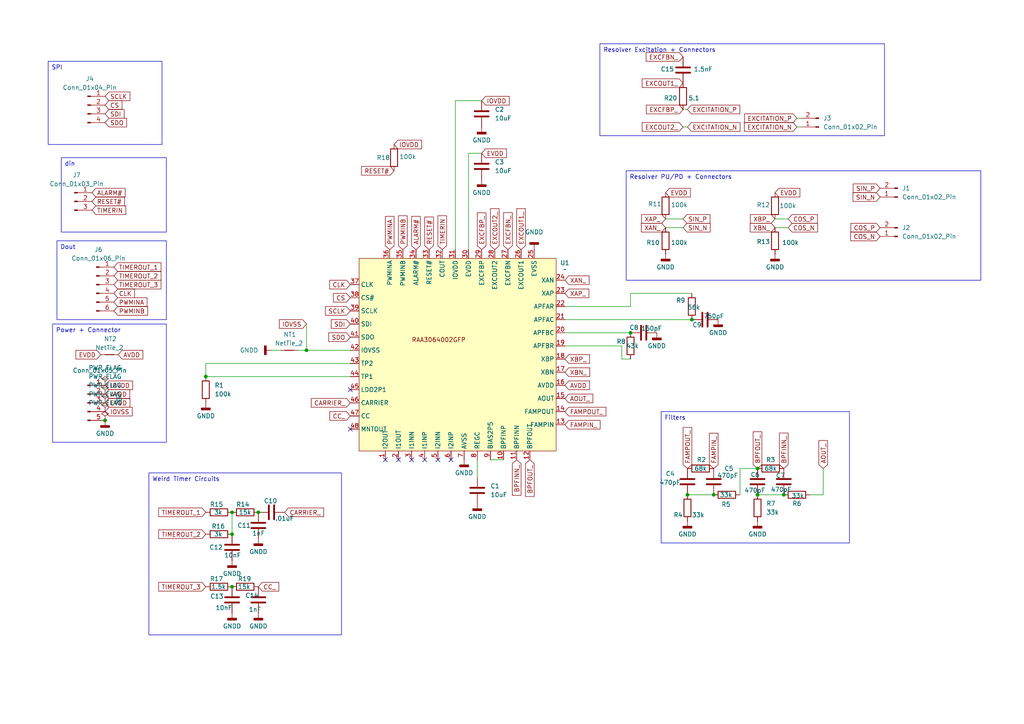
<source format=kicad_sch>
(kicad_sch (version 20231120) (generator "eeschema") (generator_version "8.0")
  (paper "A4")
  (lib_symbols
    (symbol "21xt_symbols:RAA3064002GFP"
      (property "Reference" "IC" (at -11.43 -15.494 0))
      (symbol "RAA3064002GFP_0_1"
        (rectangle (start -29.21 3.81) (end 27.94 -52.07) (fill (type background)))
      )
      (symbol "RAA3064002GFP_1_1"
        (text "RAA3064002GFP" (at -6.096 -19.812 0) (effects (font (size 1.27 1.27))))
        (pin output line (at -21.59 -54.61 90) (length 2.54) (name "I2OUT") (number "1"))
        (pin input line (at 12.7 -54.61 90) (length 2.54) (name "BPFINP") (number "10"))
        (pin input line (at 16.51 -54.61 90) (length 2.54) (name "BPFINN") (number "11"))
        (pin output line (at 20.32 -54.61 90) (length 2.54) (name "BPFOUT") (number "12"))
        (pin input line (at 30.48 -44.45 180) (length 2.54) (name "FAMPIN") (number "13"))
        (pin output line (at 30.48 -40.64 180) (length 2.54) (name "FAMPOUT") (number "14"))
        (pin output line (at 30.48 -36.83 180) (length 2.54) (name "AOUT") (number "15"))
        (pin power_in line (at 30.48 -33.02 180) (length 2.54) (name "AVDD") (number "16"))
        (pin input line (at 30.48 -29.21 180) (length 2.54) (name "XBN") (number "17"))
        (pin input line (at 30.48 -25.4 180) (length 2.54) (name "XBP") (number "18"))
        (pin output line (at 30.48 -21.59 180) (length 2.54) (name "APFBR") (number "19"))
        (pin output line (at -17.78 -54.61 90) (length 2.54) (name "I1OUT") (number "2"))
        (pin input line (at 30.48 -17.78 180) (length 2.54) (name "APFBC") (number "20"))
        (pin input line (at 30.48 -13.97 180) (length 2.54) (name "APFAC") (number "21"))
        (pin output line (at 30.48 -10.16 180) (length 2.54) (name "APFAR") (number "22"))
        (pin input line (at 30.48 -6.35 180) (length 2.54) (name "XAP") (number "23"))
        (pin input line (at 30.48 -2.54 180) (length 2.54) (name "XAN") (number "24"))
        (pin power_in line (at 21.59 6.35 270) (length 2.54) (name "EVSS") (number "25"))
        (pin output line (at 17.78 6.35 270) (length 2.54) (name "EXCOUT1") (number "26"))
        (pin input line (at 13.97 6.35 270) (length 2.54) (name "EXCFBN") (number "27"))
        (pin output line (at 10.16 6.35 270) (length 2.54) (name "EXCOUT2") (number "28"))
        (pin input line (at 6.35 6.35 270) (length 2.54) (name "EXCFBP") (number "29"))
        (pin input line (at -13.97 -54.61 90) (length 2.54) (name "I1INN") (number "3"))
        (pin power_in line (at 2.54 6.35 270) (length 2.54) (name "EVDD") (number "30"))
        (pin power_in line (at -1.27 6.35 270) (length 2.54) (name "IOVDD") (number "31"))
        (pin output line (at -5.08 6.35 270) (length 2.54) (name "COUT") (number "32"))
        (pin input line (at -8.89 6.35 270) (length 2.54) (name "RESET#") (number "33"))
        (pin output line (at -12.7 6.35 270) (length 2.54) (name "ALARM#") (number "34"))
        (pin input line (at -16.51 6.35 270) (length 2.54) (name "PWMINB") (number "35"))
        (pin input line (at -20.32 6.35 270) (length 2.54) (name "PWMINA") (number "36"))
        (pin input line (at -31.75 -3.81 0) (length 2.54) (name "CLK") (number "37"))
        (pin input line (at -31.75 -7.62 0) (length 2.54) (name "CS#") (number "38"))
        (pin input line (at -31.75 -11.43 0) (length 2.54) (name "SCLK") (number "39"))
        (pin input line (at -10.16 -54.61 90) (length 2.54) (name "I1INP") (number "4"))
        (pin input line (at -31.75 -15.24 0) (length 2.54) (name "SDI") (number "40"))
        (pin input line (at -31.75 -19.05 0) (length 2.54) (name "SDO") (number "41"))
        (pin power_in line (at -31.75 -22.86 0) (length 2.54) (name "IOVSS") (number "42"))
        (pin input line (at -31.75 -26.67 0) (length 2.54) (name "TP2") (number "43"))
        (pin input line (at -31.75 -30.48 0) (length 2.54) (name "TP1") (number "44"))
        (pin output line (at -31.75 -34.29 0) (length 2.54) (name "LDO2P1") (number "45"))
        (pin input line (at -31.75 -38.1 0) (length 2.54) (name "CARRIER") (number "46"))
        (pin input line (at -31.75 -41.91 0) (length 2.54) (name "CC") (number "47"))
        (pin output line (at -31.75 -45.72 0) (length 2.54) (name "MNTOUT") (number "48"))
        (pin input line (at -6.35 -54.61 90) (length 2.54) (name "I2INN") (number "5"))
        (pin input line (at -2.54 -54.61 90) (length 2.54) (name "I2INP") (number "6"))
        (pin power_in line (at 1.27 -54.61 90) (length 2.54) (name "AVSS") (number "7"))
        (pin output line (at 5.08 -54.61 90) (length 2.54) (name "REGC") (number "8"))
        (pin output line (at 8.89 -54.61 90) (length 2.54) (name "BIAS2P5") (number "9"))
      )
    )
    (symbol "Connector:Conn_01x02_Pin" (pin_names (offset 1.016) hide)
      (property "Reference" "J" (at 0 2.54 0))
      (property "Value" "Conn_01x02_Pin" (at 0 -5.08 0))
      (symbol "Conn_01x02_Pin_1_1"
        (polyline (pts (xy 1.27 -2.54) (xy 0.8636 -2.54)) (stroke (width 0.1524)))
        (polyline (pts (xy 1.27 0) (xy 0.8636 0)) (stroke (width 0.1524)))
        (rectangle (start 0.8636 -2.413) (end 0 -2.667) (stroke (width 0.1524)) (fill (type outline)))
        (rectangle (start 0.8636 0.127) (end 0 -0.127) (stroke (width 0.1524)) (fill (type outline)))
        (pin passive line (at 5.08 0 180) (length 3.81) (name "Pin_1") (number "1"))
        (pin passive line (at 5.08 -2.54 180) (length 3.81) (name "Pin_2") (number "2"))
      )
    )
    (symbol "Connector:Conn_01x03_Pin" (pin_names (offset 1.016) hide)
      (property "Reference" "J" (at 0 5.08 0))
      (property "Value" "Conn_01x03_Pin" (at 0 -5.08 0))
      (symbol "Conn_01x03_Pin_1_1"
        (polyline (pts (xy 1.27 -2.54) (xy 0.8636 -2.54)) (stroke (width 0.1524)))
        (polyline (pts (xy 1.27 0) (xy 0.8636 0)) (stroke (width 0.1524)))
        (polyline (pts (xy 1.27 2.54) (xy 0.8636 2.54)) (stroke (width 0.1524)))
        (rectangle (start 0.8636 -2.413) (end 0 -2.667) (stroke (width 0.1524)) (fill (type outline)))
        (rectangle (start 0.8636 0.127) (end 0 -0.127) (stroke (width 0.1524)) (fill (type outline)))
        (rectangle (start 0.8636 2.667) (end 0 2.413) (stroke (width 0.1524)) (fill (type outline)))
        (pin passive line (at 5.08 2.54 180) (length 3.81) (name "Pin_1") (number "1"))
        (pin passive line (at 5.08 0 180) (length 3.81) (name "Pin_2") (number "2"))
        (pin passive line (at 5.08 -2.54 180) (length 3.81) (name "Pin_3") (number "3"))
      )
    )
    (symbol "Connector:Conn_01x04_Pin" (pin_names (offset 1.016) hide)
      (property "Reference" "J" (at 0 5.08 0))
      (property "Value" "Conn_01x04_Pin" (at 0 -7.62 0))
      (symbol "Conn_01x04_Pin_1_1"
        (polyline (pts (xy 1.27 -5.08) (xy 0.8636 -5.08)) (stroke (width 0.1524)))
        (polyline (pts (xy 1.27 -2.54) (xy 0.8636 -2.54)) (stroke (width 0.1524)))
        (polyline (pts (xy 1.27 0) (xy 0.8636 0)) (stroke (width 0.1524)))
        (polyline (pts (xy 1.27 2.54) (xy 0.8636 2.54)) (stroke (width 0.1524)))
        (rectangle (start 0.8636 -4.953) (end 0 -5.207) (stroke (width 0.1524)) (fill (type outline)))
        (rectangle (start 0.8636 -2.413) (end 0 -2.667) (stroke (width 0.1524)) (fill (type outline)))
        (rectangle (start 0.8636 0.127) (end 0 -0.127) (stroke (width 0.1524)) (fill (type outline)))
        (rectangle (start 0.8636 2.667) (end 0 2.413) (stroke (width 0.1524)) (fill (type outline)))
        (pin passive line (at 5.08 2.54 180) (length 3.81) (name "Pin_1") (number "1"))
        (pin passive line (at 5.08 0 180) (length 3.81) (name "Pin_2") (number "2"))
        (pin passive line (at 5.08 -2.54 180) (length 3.81) (name "Pin_3") (number "3"))
        (pin passive line (at 5.08 -5.08 180) (length 3.81) (name "Pin_4") (number "4"))
      )
    )
    (symbol "Connector:Conn_01x05_Pin" (pin_names (offset 1.016) hide)
      (property "Reference" "J" (at 0 7.62 0))
      (property "Value" "Conn_01x05_Pin" (at 0 -7.62 0))
      (symbol "Conn_01x05_Pin_1_1"
        (polyline (pts (xy 1.27 -5.08) (xy 0.8636 -5.08)) (stroke (width 0.1524)))
        (polyline (pts (xy 1.27 -2.54) (xy 0.8636 -2.54)) (stroke (width 0.1524)))
        (polyline (pts (xy 1.27 0) (xy 0.8636 0)) (stroke (width 0.1524)))
        (polyline (pts (xy 1.27 2.54) (xy 0.8636 2.54)) (stroke (width 0.1524)))
        (polyline (pts (xy 1.27 5.08) (xy 0.8636 5.08)) (stroke (width 0.1524)))
        (rectangle (start 0.8636 -4.953) (end 0 -5.207) (stroke (width 0.1524)) (fill (type outline)))
        (rectangle (start 0.8636 -2.413) (end 0 -2.667) (stroke (width 0.1524)) (fill (type outline)))
        (rectangle (start 0.8636 0.127) (end 0 -0.127) (stroke (width 0.1524)) (fill (type outline)))
        (rectangle (start 0.8636 2.667) (end 0 2.413) (stroke (width 0.1524)) (fill (type outline)))
        (rectangle (start 0.8636 5.207) (end 0 4.953) (stroke (width 0.1524)) (fill (type outline)))
        (pin passive line (at 5.08 5.08 180) (length 3.81) (name "Pin_1") (number "1"))
        (pin passive line (at 5.08 2.54 180) (length 3.81) (name "Pin_2") (number "2"))
        (pin passive line (at 5.08 0 180) (length 3.81) (name "Pin_3") (number "3"))
        (pin passive line (at 5.08 -2.54 180) (length 3.81) (name "Pin_4") (number "4"))
        (pin passive line (at 5.08 -5.08 180) (length 3.81) (name "Pin_5") (number "5"))
      )
    )
    (symbol "Connector:Conn_01x06_Pin" (pin_names (offset 1.016) hide)
      (property "Reference" "J" (at 0 7.62 0))
      (property "Value" "Conn_01x06_Pin" (at 0 -10.16 0))
      (symbol "Conn_01x06_Pin_1_1"
        (polyline (pts (xy 1.27 -7.62) (xy 0.8636 -7.62)) (stroke (width 0.1524)))
        (polyline (pts (xy 1.27 -5.08) (xy 0.8636 -5.08)) (stroke (width 0.1524)))
        (polyline (pts (xy 1.27 -2.54) (xy 0.8636 -2.54)) (stroke (width 0.1524)))
        (polyline (pts (xy 1.27 0) (xy 0.8636 0)) (stroke (width 0.1524)))
        (polyline (pts (xy 1.27 2.54) (xy 0.8636 2.54)) (stroke (width 0.1524)))
        (polyline (pts (xy 1.27 5.08) (xy 0.8636 5.08)) (stroke (width 0.1524)))
        (rectangle (start 0.8636 -7.493) (end 0 -7.747) (stroke (width 0.1524)) (fill (type outline)))
        (rectangle (start 0.8636 -4.953) (end 0 -5.207) (stroke (width 0.1524)) (fill (type outline)))
        (rectangle (start 0.8636 -2.413) (end 0 -2.667) (stroke (width 0.1524)) (fill (type outline)))
        (rectangle (start 0.8636 0.127) (end 0 -0.127) (stroke (width 0.1524)) (fill (type outline)))
        (rectangle (start 0.8636 2.667) (end 0 2.413) (stroke (width 0.1524)) (fill (type outline)))
        (rectangle (start 0.8636 5.207) (end 0 4.953) (stroke (width 0.1524)) (fill (type outline)))
        (pin passive line (at 5.08 5.08 180) (length 3.81) (name "Pin_1") (number "1"))
        (pin passive line (at 5.08 2.54 180) (length 3.81) (name "Pin_2") (number "2"))
        (pin passive line (at 5.08 0 180) (length 3.81) (name "Pin_3") (number "3"))
        (pin passive line (at 5.08 -2.54 180) (length 3.81) (name "Pin_4") (number "4"))
        (pin passive line (at 5.08 -5.08 180) (length 3.81) (name "Pin_5") (number "5"))
        (pin passive line (at 5.08 -7.62 180) (length 3.81) (name "Pin_6") (number "6"))
      )
    )
    (symbol "Device:C" (pin_numbers hide) (pin_names (offset 0.254))
      (property "Reference" "C" (at 0.635 2.54 0))
      (property "Value" "C" (at 0.635 -2.54 0))
      (symbol "C_0_1"
        (polyline (pts (xy -2.032 -0.762) (xy 2.032 -0.762)) (stroke (width 0.508)))
        (polyline (pts (xy -2.032 0.762) (xy 2.032 0.762)) (stroke (width 0.508)))
      )
      (symbol "C_1_1"
        (pin passive line (at 0 3.81 270) (length 2.794) (name "~") (number "1"))
        (pin passive line (at 0 -3.81 90) (length 2.794) (name "~") (number "2"))
      )
    )
    (symbol "Device:NetTie_2" (pin_numbers hide) (pin_names (offset 0) hide) (in_bom no)
      (property "Reference" "NT" (at 0 1.27 0))
      (property "Value" "NetTie_2" (at 0 -1.27 0))
      (symbol "NetTie_2_0_1"
        (polyline (pts (xy -1.27 0) (xy 1.27 0)) (stroke (width 0.254)))
      )
      (symbol "NetTie_2_1_1"
        (pin passive line (at -2.54 0 0) (length 2.54) (name "1") (number "1"))
        (pin passive line (at 2.54 0 180) (length 2.54) (name "2") (number "2"))
      )
    )
    (symbol "Device:R" (pin_numbers hide) (pin_names (offset 0))
      (property "Reference" "R" (at 2.032 0 90))
      (property "Value" "R" (at 0 0 90))
      (symbol "R_0_1"
        (rectangle (start -1.016 -2.54) (end 1.016 2.54) (stroke (width 0.254)))
      )
      (symbol "R_1_1"
        (pin passive line (at 0 3.81 270) (length 1.27) (name "~") (number "1"))
        (pin passive line (at 0 -3.81 90) (length 1.27) (name "~") (number "2"))
      )
    )
    (symbol "power:GNDD" (power) (pin_numbers hide) (pin_names (offset 0) hide)
      (property "Value" "GNDD" (at 0 -3.175 0))
      (symbol "GNDD_0_1"
        (rectangle (start -1.27 -1.524) (end 1.27 -2.032) (stroke (width 0.254)) (fill (type outline)))
        (polyline (pts (xy 0 0) (xy 0 -1.524)))
      )
      (symbol "GNDD_1_1"
        (pin power_in line (at 0 0 270) (length 0) (name "~") (number "1"))
      )
    )
    (symbol "power:PWR_FLAG" (power) (pin_numbers hide) (pin_names (offset 0) hide)
      (property "Value" "PWR_FLAG" (at 0 3.81 0))
      (symbol "PWR_FLAG_0_0"
        (pin power_out line (at 0 0 90) (length 0) (name "~") (number "1"))
      )
      (symbol "PWR_FLAG_0_1"
        (polyline (pts (xy 0 0) (xy 0 1.27) (xy -1.016 1.905) (xy 0 2.54) (xy 1.016 1.905) (xy 0 1.27)))
      )
    )
  )
  (junction (at 219.71 143.51))
  (junction (at 67.31 148.59))
  (junction (at 67.31 154.94))
  (junction (at 88.9 101.6))
  (junction (at 74.93 148.59))
  (junction (at 30.48 121.92))
  (junction (at 199.39 143.51))
  (junction (at 219.71 135.89))
  (junction (at 182.88 96.52))
  (junction (at 200.66 92.71))
  (junction (at 227.33 143.51))
  (junction (at 67.31 170.18))
  (junction (at 59.69 109.22))
  (junction (at 207.01 143.51))
  (no_connect (at 111.76 133.35))
  (no_connect (at 123.19 133.35))
  (no_connect (at 101.6 113.03))
  (no_connect (at 130.81 133.35))
  (no_connect (at 127 133.35))
  (no_connect (at 115.57 133.35))
  (no_connect (at 101.6 124.46))
  (no_connect (at 119.38 133.35))
  (wire (pts (xy 101.6 105.41) (xy 59.69 105.41)))
  (wire (pts (xy 228.6 63.5) (xy 224.79 63.5)))
  (wire (pts (xy 163.83 92.71) (xy 200.66 92.71)))
  (wire (pts (xy 199.39 36.83) (xy 198.12 36.83)))
  (wire (pts (xy 86.36 101.6) (xy 88.9 101.6)))
  (wire (pts (xy 139.7 44.45) (xy 135.89 44.45)))
  (wire (pts (xy 231.14 34.29) (xy 232.41 34.29)))
  (wire (pts (xy 78.74 101.6) (xy 81.28 101.6)))
  (wire (pts (xy 238.76 143.51) (xy 238.76 135.89)))
  (wire (pts (xy 88.9 93.98) (xy 88.9 101.6)))
  (wire (pts (xy 199.39 31.75) (xy 198.12 31.75)))
  (wire (pts (xy 180.34 104.14) (xy 182.88 104.14)))
  (wire (pts (xy 219.71 143.51) (xy 227.33 143.51)))
  (wire (pts (xy 132.08 29.21) (xy 132.08 72.39)))
  (wire (pts (xy 198.12 63.5) (xy 193.04 63.5)))
  (wire (pts (xy 198.12 66.04) (xy 193.04 66.04)))
  (wire (pts (xy 59.69 105.41) (xy 59.69 109.22)))
  (wire (pts (xy 142.24 133.35) (xy 146.05 133.35)))
  (wire (pts (xy 88.9 101.6) (xy 101.6 101.6)))
  (wire (pts (xy 182.88 88.9) (xy 182.88 85.09)))
  (wire (pts (xy 228.6 66.04) (xy 224.79 66.04)))
  (wire (pts (xy 180.34 100.33) (xy 180.34 104.14)))
  (wire (pts (xy 67.31 148.59) (xy 67.31 154.94)))
  (wire (pts (xy 214.63 143.51) (xy 214.63 135.89)))
  (wire (pts (xy 234.95 143.51) (xy 238.76 143.51)))
  (wire (pts (xy 139.7 29.21) (xy 132.08 29.21)))
  (wire (pts (xy 163.83 96.52) (xy 182.88 96.52)))
  (wire (pts (xy 163.83 100.33) (xy 180.34 100.33)))
  (wire (pts (xy 231.14 36.83) (xy 232.41 36.83)))
  (wire (pts (xy 59.69 109.22) (xy 101.6 109.22)))
  (wire (pts (xy 163.83 88.9) (xy 182.88 88.9)))
  (wire (pts (xy 182.88 85.09) (xy 200.66 85.09)))
  (wire (pts (xy 214.63 135.89) (xy 219.71 135.89)))
  (wire (pts (xy 199.39 143.51) (xy 207.01 143.51)))
  (wire (pts (xy 138.43 133.35) (xy 138.43 138.43)))
  (wire (pts (xy 135.89 44.45) (xy 135.89 72.39)))
  (text_box "Weird Timer Circuits" (at 43.18 137.16 0) (size 55.88 46.99) (effects (font (size 1.27 1.27)) (justify left top)))
  (text_box "Filters" (at 191.77 119.38 0) (size 54.61 38.1) (effects (font (size 1.27 1.27)) (justify left top)))
  (text_box "Resolver Excitation + Connectors\n" (at 173.99 12.7 0) (size 82.55 26.67) (effects (font (size 1.27 1.27)) (justify left top)))
  (text_box "Power + Connector" (at 15.24 93.98 0) (size 33.02 34.29) (effects (font (size 1.27 1.27)) (justify left top)))
  (text_box "SPI\n" (at 13.97 17.78 0) (size 33.02 24.13) (effects (font (size 1.27 1.27)) (justify left top)))
  (text_box "Dout" (at 16.51 69.85 0) (size 31.75 22.86) (effects (font (size 1.27 1.27)) (justify left top)))
  (text_box "Resolver PU/PD + Connectors" (at 181.61 49.53 0) (size 102.87 31.75) (effects (font (size 1.27 1.27)) (justify left top)))
  (text_box "din" (at 17.78 45.72 0) (size 30.48 21.59) (effects (font (size 1.27 1.27)) (justify left top)))
  (global_label "XAN_" (shape input) (at 163.83 81.28 0) (property "Intersheetrefs" "${INTERSHEET_REFS}" (effects (hide yes))))
  (global_label "CLK" (shape input) (at 33.02 85.09 0) (property "Intersheetrefs" "${INTERSHEET_REFS}" (effects (hide yes))))
  (global_label "SCLK" (shape input) (at 30.48 27.94 0) (property "Intersheetrefs" "${INTERSHEET_REFS}" (effects (hide yes))))
  (global_label "IOVSS" (shape input) (at 88.9 93.98 180) (property "Intersheetrefs" "${INTERSHEET_REFS}" (effects (hide yes))))
  (global_label "SCLK" (shape input) (at 101.6 90.17 180) (property "Intersheetrefs" "${INTERSHEET_REFS}" (effects (hide yes))))
  (global_label "EXCITATION_N" (shape input) (at 199.39 36.83 0) (property "Intersheetrefs" "${INTERSHEET_REFS}" (effects (hide yes))))
  (global_label "EXCITATION_P" (shape input) (at 231.14 34.29 180) (property "Intersheetrefs" "${INTERSHEET_REFS}" (effects (hide yes))))
  (global_label "XBP_" (shape input) (at 224.79 63.5 180) (property "Intersheetrefs" "${INTERSHEET_REFS}" (effects (hide yes))))
  (global_label "CLK" (shape input) (at 101.6 82.55 180) (property "Intersheetrefs" "${INTERSHEET_REFS}" (effects (hide yes))))
  (global_label "FAMPOUT_" (shape input) (at 163.83 119.38 0) (property "Intersheetrefs" "${INTERSHEET_REFS}" (effects (hide yes))))
  (global_label "SDI" (shape input) (at 101.6 93.98 180) (property "Intersheetrefs" "${INTERSHEET_REFS}" (effects (hide yes))))
  (global_label "ALARM#" (shape input) (at 26.67 55.88 0) (property "Intersheetrefs" "${INTERSHEET_REFS}" (effects (hide yes))))
  (global_label "BPFOUT_" (shape input) (at 153.67 133.35 270) (property "Intersheetrefs" "${INTERSHEET_REFS}" (effects (hide yes))))
  (global_label "BPFOUT_" (shape input) (at 219.71 135.89 90) (property "Intersheetrefs" "${INTERSHEET_REFS}" (effects (hide yes))))
  (global_label "EXCFBN_" (shape input) (at 198.12 16.51 180) (property "Intersheetrefs" "${INTERSHEET_REFS}" (effects (hide yes))))
  (global_label "EXCFBN_" (shape input) (at 147.32 72.39 90) (property "Intersheetrefs" "${INTERSHEET_REFS}" (effects (hide yes))))
  (global_label "TIMEROUT_3" (shape input) (at 59.69 170.18 180) (property "Intersheetrefs" "${INTERSHEET_REFS}" (effects (hide yes))))
  (global_label "EVDD" (shape input) (at 139.7 44.45 0) (property "Intersheetrefs" "${INTERSHEET_REFS}" (effects (hide yes))))
  (global_label "TIMEROUT_3" (shape input) (at 33.02 82.55 0) (property "Intersheetrefs" "${INTERSHEET_REFS}" (effects (hide yes))))
  (global_label "EXCOUT1_" (shape input) (at 151.13 72.39 90) (property "Intersheetrefs" "${INTERSHEET_REFS}" (effects (hide yes))))
  (global_label "PWMINB" (shape input) (at 116.84 72.39 90) (property "Intersheetrefs" "${INTERSHEET_REFS}" (effects (hide yes))))
  (global_label "EXCFBP_" (shape input) (at 139.7 72.39 90) (property "Intersheetrefs" "${INTERSHEET_REFS}" (effects (hide yes))))
  (global_label "BPFINN_" (shape input) (at 227.33 135.89 90) (property "Intersheetrefs" "${INTERSHEET_REFS}" (effects (hide yes))))
  (global_label "RESET#" (shape input) (at 114.3 49.53 180) (property "Intersheetrefs" "${INTERSHEET_REFS}" (effects (hide yes))))
  (global_label "SIN_N" (shape input) (at 198.12 66.04 0) (property "Intersheetrefs" "${INTERSHEET_REFS}" (effects (hide yes))))
  (global_label "COS_P" (shape input) (at 228.6 63.5 0) (property "Intersheetrefs" "${INTERSHEET_REFS}" (effects (hide yes))))
  (global_label "TIMERIN" (shape input) (at 128.27 72.39 90) (property "Intersheetrefs" "${INTERSHEET_REFS}" (effects (hide yes))))
  (global_label "EXCFBP_" (shape input) (at 198.12 31.75 180) (property "Intersheetrefs" "${INTERSHEET_REFS}" (effects (hide yes))))
  (global_label "RESET#" (shape input) (at 26.67 58.42 0) (property "Intersheetrefs" "${INTERSHEET_REFS}" (effects (hide yes))))
  (global_label "EVDD" (shape input) (at 29.21 102.87 180) (property "Intersheetrefs" "${INTERSHEET_REFS}" (effects (hide yes))))
  (global_label "FAMPOUT_" (shape input) (at 199.39 135.89 90) (property "Intersheetrefs" "${INTERSHEET_REFS}" (effects (hide yes))))
  (global_label "IOVDD" (shape input) (at 30.48 111.76 0) (property "Intersheetrefs" "${INTERSHEET_REFS}" (effects (hide yes))))
  (global_label "IOVDD" (shape input) (at 139.7 29.21 0) (property "Intersheetrefs" "${INTERSHEET_REFS}" (effects (hide yes))))
  (global_label "SDI" (shape input) (at 30.48 33.02 0) (property "Intersheetrefs" "${INTERSHEET_REFS}" (effects (hide yes))))
  (global_label "PWMINA" (shape input) (at 113.03 72.39 90) (property "Intersheetrefs" "${INTERSHEET_REFS}" (effects (hide yes))))
  (global_label "AVDD" (shape input) (at 34.29 102.87 0) (property "Intersheetrefs" "${INTERSHEET_REFS}" (effects (hide yes))))
  (global_label "TIMEROUT_1" (shape input) (at 59.69 148.59 180) (property "Intersheetrefs" "${INTERSHEET_REFS}" (effects (hide yes))))
  (global_label "TIMEROUT_2" (shape input) (at 33.02 80.01 0) (property "Intersheetrefs" "${INTERSHEET_REFS}" (effects (hide yes))))
  (global_label "AOUT_" (shape input) (at 163.83 115.57 0) (property "Intersheetrefs" "${INTERSHEET_REFS}" (effects (hide yes))))
  (global_label "FAMPIN_" (shape input) (at 163.83 123.19 0) (property "Intersheetrefs" "${INTERSHEET_REFS}" (effects (hide yes))))
  (global_label "EVDD" (shape input) (at 30.48 116.84 0) (property "Intersheetrefs" "${INTERSHEET_REFS}" (effects (hide yes))))
  (global_label "EXCITATION_P" (shape input) (at 199.39 31.75 0) (property "Intersheetrefs" "${INTERSHEET_REFS}" (effects (hide yes))))
  (global_label "EXCITATION_N" (shape input) (at 231.14 36.83 180) (property "Intersheetrefs" "${INTERSHEET_REFS}" (effects (hide yes))))
  (global_label "COS_P" (shape input) (at 255.27 66.04 180) (property "Intersheetrefs" "${INTERSHEET_REFS}" (effects (hide yes))))
  (global_label "SIN_P" (shape input) (at 198.12 63.5 0) (property "Intersheetrefs" "${INTERSHEET_REFS}" (effects (hide yes))))
  (global_label "CS" (shape input) (at 101.6 86.36 180) (property "Intersheetrefs" "${INTERSHEET_REFS}" (effects (hide yes))))
  (global_label "XAP_" (shape input) (at 193.04 63.5 180) (property "Intersheetrefs" "${INTERSHEET_REFS}" (effects (hide yes))))
  (global_label "SIN_N" (shape input) (at 255.27 57.15 180) (property "Intersheetrefs" "${INTERSHEET_REFS}" (effects (hide yes))))
  (global_label "XBN_" (shape input) (at 163.83 107.95 0) (property "Intersheetrefs" "${INTERSHEET_REFS}" (effects (hide yes))))
  (global_label "XAN_" (shape input) (at 193.04 66.04 180) (property "Intersheetrefs" "${INTERSHEET_REFS}" (effects (hide yes))))
  (global_label "SDO" (shape input) (at 30.48 35.56 0) (property "Intersheetrefs" "${INTERSHEET_REFS}" (effects (hide yes))))
  (global_label "CARRIER_" (shape input) (at 101.6 116.84 180) (property "Intersheetrefs" "${INTERSHEET_REFS}" (effects (hide yes))))
  (global_label "XAP_" (shape input) (at 163.83 85.09 0) (property "Intersheetrefs" "${INTERSHEET_REFS}" (effects (hide yes))))
  (global_label "SDO" (shape input) (at 101.6 97.79 180) (property "Intersheetrefs" "${INTERSHEET_REFS}" (effects (hide yes))))
  (global_label "CARRIER_" (shape input) (at 82.55 148.59 0) (property "Intersheetrefs" "${INTERSHEET_REFS}" (effects (hide yes))))
  (global_label "TIMERIN" (shape input) (at 26.67 60.96 0) (property "Intersheetrefs" "${INTERSHEET_REFS}" (effects (hide yes))))
  (global_label "TIMEROUT_2" (shape input) (at 59.69 154.94 180) (property "Intersheetrefs" "${INTERSHEET_REFS}" (effects (hide yes))))
  (global_label "IOVSS" (shape input) (at 30.48 119.38 0) (property "Intersheetrefs" "${INTERSHEET_REFS}" (effects (hide yes))))
  (global_label "SIN_P" (shape input) (at 255.27 54.61 180) (property "Intersheetrefs" "${INTERSHEET_REFS}" (effects (hide yes))))
  (global_label "EXCOUT2_" (shape input) (at 143.51 72.39 90) (property "Intersheetrefs" "${INTERSHEET_REFS}" (effects (hide yes))))
  (global_label "EXCOUT2_" (shape input) (at 198.12 36.83 180) (property "Intersheetrefs" "${INTERSHEET_REFS}" (effects (hide yes))))
  (global_label "CS" (shape input) (at 30.48 30.48 0) (property "Intersheetrefs" "${INTERSHEET_REFS}" (effects (hide yes))))
  (global_label "PWMINB" (shape input) (at 33.02 90.17 0) (property "Intersheetrefs" "${INTERSHEET_REFS}" (effects (hide yes))))
  (global_label "AOUT_" (shape input) (at 238.76 135.89 90) (property "Intersheetrefs" "${INTERSHEET_REFS}" (effects (hide yes))))
  (global_label "AVDD" (shape input) (at 163.83 111.76 0) (property "Intersheetrefs" "${INTERSHEET_REFS}" (effects (hide yes))))
  (global_label "COS_N" (shape input) (at 228.6 66.04 0) (property "Intersheetrefs" "${INTERSHEET_REFS}" (effects (hide yes))))
  (global_label "XBN_" (shape input) (at 224.79 66.04 180) (property "Intersheetrefs" "${INTERSHEET_REFS}" (effects (hide yes))))
  (global_label "XBP_" (shape input) (at 163.83 104.14 0) (property "Intersheetrefs" "${INTERSHEET_REFS}" (effects (hide yes))))
  (global_label "AVDD" (shape input) (at 30.48 114.3 0) (property "Intersheetrefs" "${INTERSHEET_REFS}" (effects (hide yes))))
  (global_label "COS_N" (shape input) (at 255.27 68.58 180) (property "Intersheetrefs" "${INTERSHEET_REFS}" (effects (hide yes))))
  (global_label "IOVDD" (shape input) (at 114.3 41.91 0) (property "Intersheetrefs" "${INTERSHEET_REFS}" (effects (hide yes))))
  (global_label "EVDD" (shape input) (at 193.04 55.88 0) (property "Intersheetrefs" "${INTERSHEET_REFS}" (effects (hide yes))))
  (global_label "EXCOUT1_" (shape input) (at 198.12 24.13 180) (property "Intersheetrefs" "${INTERSHEET_REFS}" (effects (hide yes))))
  (global_label "ALARM#" (shape input) (at 120.65 72.39 90) (property "Intersheetrefs" "${INTERSHEET_REFS}" (effects (hide yes))))
  (global_label "FAMPIN_" (shape input) (at 207.01 135.89 90) (property "Intersheetrefs" "${INTERSHEET_REFS}" (effects (hide yes))))
  (global_label "RESET#" (shape input) (at 124.46 72.39 90) (property "Intersheetrefs" "${INTERSHEET_REFS}" (effects (hide yes))))
  (global_label "CC_" (shape input) (at 101.6 120.65 180) (property "Intersheetrefs" "${INTERSHEET_REFS}" (effects (hide yes))))
  (global_label "BPFINN_" (shape input) (at 149.86 133.35 270) (property "Intersheetrefs" "${INTERSHEET_REFS}" (effects (hide yes))))
  (global_label "CC_" (shape input) (at 74.93 170.18 0) (property "Intersheetrefs" "${INTERSHEET_REFS}" (effects (hide yes))))
  (global_label "TIMEROUT_1" (shape input) (at 33.02 77.47 0) (property "Intersheetrefs" "${INTERSHEET_REFS}" (effects (hide yes))))
  (global_label "EVDD" (shape input) (at 224.79 55.88 0) (property "Intersheetrefs" "${INTERSHEET_REFS}" (effects (hide yes))))
  (global_label "PWMINA" (shape input) (at 33.02 87.63 0) (property "Intersheetrefs" "${INTERSHEET_REFS}" (effects (hide yes))))
  (symbol (lib_id "Device:C") (at 74.93 152.4 180) (unit 1)
    (property "Reference" "C11" (at 68.834 152.4 0) (effects (justify right)))
    (property "Value" "1nF" (at 73.152 154.686 0) (effects (justify right)))
    (property "Footprint" "Capacitor_SMD:C_0201_0603Metric_Pad0.64x0.40mm_HandSolder" (effects (hide yes)))
    (property "Description" "Unpolarized capacitor" (effects (hide yes)))
  )
  (symbol (lib_id "Device:R") (at 210.82 143.51 90) (unit 1)
    (property "Reference" "R5" (at 210.566 146.304 90))
    (property "Value" "33k" (at 210.566 143.51 90))
    (property "Footprint" "Resistor_SMD:R_0201_0603Metric" (effects (hide yes)))
    (property "Description" "Resistor" (effects (hide yes)))
  )
  (symbol (lib_id "Connector:Conn_01x06_Pin") (at 27.94 82.55 0) (unit 1)
    (property "Reference" "J6" (at 28.575 72.39 0))
    (property "Value" "Conn_01x06_Pin" (at 28.575 74.93 0))
    (property "Footprint" "Connector_PinHeader_2.54mm:PinHeader_1x06_P2.54mm_Vertical" (effects (hide yes)))
    (property "Description" "Generic connector, single row, 01x06, script generated" (effects (hide yes)))
  )
  (symbol (lib_id "power:GNDD") (at 67.31 162.56 0) (unit 1)
    (property "Reference" "#PWR016" (effects (hide yes)))
    (property "Value" "GNDD" (at 67.31 166.37 0))
    (property "Description" "Power symbol creates a global label with name \"GNDD\" , digital ground" (effects (hide yes)))
  )
  (symbol (lib_id "Device:C") (at 219.71 139.7 0) (unit 1)
    (property "Reference" "C6" (at 217.678 137.668 0) (effects (justify left)))
    (property "Value" "470pF" (at 215.9 142.24 0) (effects (justify left)))
    (property "Footprint" "Capacitor_SMD:C_0201_0603Metric_Pad0.64x0.40mm_HandSolder" (effects (hide yes)))
    (property "Description" "Unpolarized capacitor" (effects (hide yes)))
  )
  (symbol (lib_id "Device:C") (at 186.69 96.52 90) (unit 1)
    (property "Reference" "C8" (at 183.896 94.996 90))
    (property "Value" "160pF" (at 188.976 95.25 90))
    (property "Footprint" "Capacitor_SMD:C_0201_0603Metric_Pad0.64x0.40mm_HandSolder" (effects (hide yes)))
    (property "Description" "Unpolarized capacitor" (effects (hide yes)))
  )
  (symbol (lib_id "Device:C") (at 67.31 173.99 180) (unit 1)
    (property "Reference" "C13" (at 60.96 172.974 0) (effects (justify right)))
    (property "Value" "10nF" (at 62.484 176.276 0) (effects (justify right)))
    (property "Footprint" "Capacitor_SMD:C_0201_0603Metric_Pad0.64x0.40mm_HandSolder" (effects (hide yes)))
    (property "Description" "Unpolarized capacitor" (effects (hide yes)))
  )
  (symbol (lib_id "Device:C") (at 139.7 33.02 0) (unit 1)
    (property "Reference" "C2" (at 143.51 31.7499 0) (effects (justify left)))
    (property "Value" "10uF" (at 143.51 34.2899 0) (effects (justify left)))
    (property "Footprint" "Capacitor_SMD:C_0201_0603Metric_Pad0.64x0.40mm_HandSolder" (effects (hide yes)))
    (property "Description" "Unpolarized capacitor" (effects (hide yes)))
  )
  (symbol (lib_id "21xt_symbols:RAA3064002GFP") (at 133.35 78.74 0) (unit 1)
    (property "Reference" "U1" (at 163.83 76.2314 0))
    (property "Value" "~" (at 163.83 78.1365 0))
    (property "Footprint" "Package_QFP:LQFP-48_7x7mm_P0.5mm" (effects (hide yes)))
  )
  (symbol (lib_id "power:GNDD") (at 199.39 151.13 0) (unit 1)
    (property "Reference" "#PWR08" (effects (hide yes)))
    (property "Value" "GNDD" (at 199.39 154.94 0))
    (property "Description" "Power symbol creates a global label with name \"GNDD\" , digital ground" (effects (hide yes)))
  )
  (symbol (lib_id "Connector:Conn_01x04_Pin") (at 25.4 30.48 0) (unit 1)
    (property "Reference" "J4" (at 26.035 22.86 0))
    (property "Value" "Conn_01x04_Pin" (at 26.035 25.4 0))
    (property "Footprint" "Connector_PinHeader_2.54mm:PinHeader_1x04_P2.54mm_Vertical" (effects (hide yes)))
    (property "Description" "Generic connector, single row, 01x04, script generated" (effects (hide yes)))
  )
  (symbol (lib_id "power:GNDD") (at 193.04 73.66 0) (unit 1)
    (property "Reference" "#PWR012" (effects (hide yes)))
    (property "Value" "GNDD" (at 193.04 77.47 0))
    (property "Description" "Power symbol creates a global label with name \"GNDD\" , digital ground" (effects (hide yes)))
  )
  (symbol (lib_id "Device:C") (at 204.47 92.71 90) (unit 1)
    (property "Reference" "C9" (at 202.184 94.234 90))
    (property "Value" "750pF" (at 207.01 91.694 90))
    (property "Footprint" "Capacitor_SMD:C_0201_0603Metric_Pad0.64x0.40mm_HandSolder" (effects (hide yes)))
    (property "Description" "Unpolarized capacitor" (effects (hide yes)))
  )
  (symbol (lib_id "Device:C") (at 74.93 173.99 180) (unit 1)
    (property "Reference" "C14" (at 71.12 172.72 0) (effects (justify right)))
    (property "Value" "1nF" (at 72.136 176.784 0) (effects (justify right)))
    (property "Footprint" "Capacitor_SMD:C_0201_0603Metric_Pad0.64x0.40mm_HandSolder" (effects (hide yes)))
    (property "Description" "Unpolarized capacitor" (effects (hide yes)))
  )
  (symbol (lib_id "Connector:Conn_01x02_Pin") (at 260.35 68.58 180) (unit 1)
    (property "Reference" "J2" (at 261.62 66.0399 0) (effects (justify right)))
    (property "Value" "Conn_01x02_Pin" (at 261.62 68.5799 0) (effects (justify right)))
    (property "Footprint" "Connector_PinHeader_2.54mm:PinHeader_1x02_P2.54mm_Vertical" (effects (hide yes)))
    (property "Description" "Generic connector, single row, 01x02, script generated" (effects (hide yes)))
  )
  (symbol (lib_id "Device:R") (at 182.88 100.33 180) (unit 1)
    (property "Reference" "R8" (at 178.816 99.06 0) (effects (justify right)))
    (property "Value" "43k" (at 181.61 100.33 0) (effects (justify right)))
    (property "Footprint" "Resistor_SMD:R_0201_0603Metric" (effects (hide yes)))
    (property "Description" "Resistor" (effects (hide yes)))
  )
  (symbol (lib_id "Device:C") (at 138.43 142.24 0) (unit 1)
    (property "Reference" "C1" (at 142.24 140.9699 0) (effects (justify left)))
    (property "Value" "10uF" (at 142.24 143.5099 0) (effects (justify left)))
    (property "Footprint" "Capacitor_SMD:C_0201_0603Metric" (effects (hide yes)))
    (property "Description" "Unpolarized capacitor" (effects (hide yes)))
  )
  (symbol (lib_id "Device:R") (at 224.79 59.69 180) (unit 1)
    (property "Reference" "R12" (at 219.456 59.436 0) (effects (justify right)))
    (property "Value" "100k" (at 226.06 59.69 0) (effects (justify right)))
    (property "Footprint" "Resistor_SMD:R_0201_0603Metric" (effects (hide yes)))
    (property "Description" "Resistor" (effects (hide yes)))
  )
  (symbol (lib_id "power:GNDD") (at 219.71 151.13 0) (unit 1)
    (property "Reference" "#PWR09" (effects (hide yes)))
    (property "Value" "GNDD" (at 219.71 154.94 0))
    (property "Description" "Power symbol creates a global label with name \"GNDD\" , digital ground" (effects (hide yes)))
  )
  (symbol (lib_id "Device:R") (at 63.5 148.59 270) (unit 1)
    (property "Reference" "R15" (at 64.77 146.304 90) (effects (justify right)))
    (property "Value" "3k" (at 64.516 148.59 90) (effects (justify right)))
    (property "Footprint" "Resistor_SMD:R_0201_0603Metric" (effects (hide yes)))
    (property "Description" "Resistor" (effects (hide yes)))
  )
  (symbol (lib_id "Device:C") (at 227.33 139.7 0) (unit 1)
    (property "Reference" "C7" (at 225.044 137.922 0) (effects (justify left)))
    (property "Value" "470pF" (at 223.52 141.986 0) (effects (justify left)))
    (property "Footprint" "Capacitor_SMD:C_0201_0603Metric_Pad0.64x0.40mm_HandSolder" (effects (hide yes)))
    (property "Description" "Unpolarized capacitor" (effects (hide yes)))
  )
  (symbol (lib_id "Device:R") (at 231.14 143.51 90) (unit 1)
    (property "Reference" "R6" (at 231.14 146.05 90))
    (property "Value" "33k" (at 231.394 143.764 90))
    (property "Footprint" "Resistor_SMD:R_0201_0603Metric" (effects (hide yes)))
    (property "Description" "Resistor" (effects (hide yes)))
  )
  (symbol (lib_id "power:GNDD") (at 74.93 156.21 0) (unit 1)
    (property "Reference" "#PWR015" (effects (hide yes)))
    (property "Value" "GNDD" (at 74.93 160.02 0))
    (property "Description" "Power symbol creates a global label with name \"GNDD\" , digital ground" (effects (hide yes)))
  )
  (symbol (lib_id "power:PWR_FLAG") (at 30.48 119.38 0) (unit 1)
    (property "Reference" "#FLG03" (effects (hide yes)))
    (property "Value" "PWR_FLAG" (at 30.48 114.3 0))
    (property "Description" "Special symbol for telling ERC where power comes from" (effects (hide yes)))
  )
  (symbol (lib_id "Device:R") (at 71.12 170.18 270) (unit 1)
    (property "Reference" "R19" (at 72.898 167.894 90) (effects (justify right)))
    (property "Value" "15k" (at 72.644 170.18 90) (effects (justify right)))
    (property "Footprint" "Resistor_SMD:R_0201_0603Metric" (effects (hide yes)))
    (property "Description" "Resistor" (effects (hide yes)))
  )
  (symbol (lib_id "Device:R") (at 63.5 170.18 270) (unit 1)
    (property "Reference" "R17" (at 64.77 167.894 90) (effects (justify right)))
    (property "Value" "1.5k" (at 65.532 170.18 90) (effects (justify right)))
    (property "Footprint" "Resistor_SMD:R_0201_0603Metric" (effects (hide yes)))
    (property "Description" "Resistor" (effects (hide yes)))
  )
  (symbol (lib_id "power:GNDD") (at 134.62 133.35 0) (unit 1)
    (property "Reference" "#PWR02" (effects (hide yes)))
    (property "Value" "GNDD" (at 134.62 137.16 0))
    (property "Description" "Power symbol creates a global label with name \"GNDD\" , digital ground" (effects (hide yes)))
  )
  (symbol (lib_id "Device:R") (at 219.71 147.32 180) (unit 1)
    (property "Reference" "R7" (at 222.25 146.0499 0) (effects (justify right)))
    (property "Value" "33k" (at 222.25 148.5899 0) (effects (justify right)))
    (property "Footprint" "Resistor_SMD:R_0201_0603Metric" (effects (hide yes)))
    (property "Description" "Resistor" (effects (hide yes)))
  )
  (symbol (lib_id "power:GNDD") (at 154.94 72.39 180) (unit 1)
    (property "Reference" "#PWR03" (effects (hide yes)))
    (property "Value" "GNDD" (at 154.94 67.31 0))
    (property "Description" "Power symbol creates a global label with name \"GNDD\" , digital ground" (effects (hide yes)))
  )
  (symbol (lib_id "Device:R") (at 63.5 154.94 270) (unit 1)
    (property "Reference" "R16" (at 65.278 152.654 90) (effects (justify right)))
    (property "Value" "3k" (at 64.516 154.94 90) (effects (justify right)))
    (property "Footprint" "Resistor_SMD:R_0201_0603Metric" (effects (hide yes)))
    (property "Description" "Resistor" (effects (hide yes)))
  )
  (symbol (lib_id "power:PWR_FLAG") (at 30.48 116.84 0) (unit 1)
    (property "Reference" "#FLG04" (effects (hide yes)))
    (property "Value" "PWR_FLAG" (at 30.48 111.76 0))
    (property "Description" "Special symbol for telling ERC where power comes from" (effects (hide yes)))
  )
  (symbol (lib_id "Device:C") (at 199.39 139.7 0) (unit 1)
    (property "Reference" "C4" (at 193.04 137.414 0) (effects (justify left)))
    (property "Value" "470pF" (at 191.262 139.954 0) (effects (justify left)))
    (property "Footprint" "Capacitor_SMD:C_0201_0603Metric_Pad0.64x0.40mm_HandSolder" (effects (hide yes)))
    (property "Description" "Unpolarized capacitor" (effects (hide yes)))
  )
  (symbol (lib_id "Device:C") (at 207.01 139.7 0) (unit 1)
    (property "Reference" "C5" (at 210.058 135.89 0) (effects (justify left)))
    (property "Value" "470pF" (at 208.026 137.922 0) (effects (justify left)))
    (property "Footprint" "Capacitor_SMD:C_0201_0603Metric_Pad0.64x0.40mm_HandSolder" (effects (hide yes)))
    (property "Description" "Unpolarized capacitor" (effects (hide yes)))
  )
  (symbol (lib_id "Device:C") (at 67.31 158.75 180) (unit 1)
    (property "Reference" "C12" (at 60.706 158.75 0) (effects (justify right)))
    (property "Value" "10nF" (at 65.024 161.036 0) (effects (justify right)))
    (property "Footprint" "Capacitor_SMD:C_0201_0603Metric_Pad0.64x0.40mm_HandSolder" (effects (hide yes)))
    (property "Description" "Unpolarized capacitor" (effects (hide yes)))
  )
  (symbol (lib_id "Device:R") (at 203.2 135.89 90) (unit 1)
    (property "Reference" "R2" (at 203.454 133.35 90))
    (property "Value" "68k" (at 203.2 135.89 90))
    (property "Footprint" "Resistor_SMD:R_0201_0603Metric" (effects (hide yes)))
    (property "Description" "Resistor" (effects (hide yes)))
  )
  (symbol (lib_id "Device:R") (at 193.04 59.69 180) (unit 1)
    (property "Reference" "R11" (at 187.96 59.182 0) (effects (justify right)))
    (property "Value" "100k" (at 194.564 59.436 0) (effects (justify right)))
    (property "Footprint" "Resistor_SMD:R_0201_0603Metric" (effects (hide yes)))
    (property "Description" "Resistor" (effects (hide yes)))
  )
  (symbol (lib_id "power:GNDD") (at 139.7 52.07 0) (unit 1)
    (property "Reference" "#PWR06" (effects (hide yes)))
    (property "Value" "GNDD" (at 139.7 55.88 0))
    (property "Description" "Power symbol creates a global label with name \"GNDD\" , digital ground" (effects (hide yes)))
  )
  (symbol (lib_id "power:PWR_FLAG") (at 30.48 121.92 0) (unit 1)
    (property "Reference" "#FLG02" (effects (hide yes)))
    (property "Value" "PWR_FLAG" (at 30.48 116.84 0))
    (property "Description" "Special symbol for telling ERC where power comes from" (effects (hide yes)))
  )
  (symbol (lib_id "Device:R") (at 198.12 27.94 180) (unit 1)
    (property "Reference" "R20" (at 192.532 28.448 0) (effects (justify right)))
    (property "Value" "5.1" (at 199.644 28.448 0) (effects (justify right)))
    (property "Footprint" "Resistor_SMD:R_0201_0603Metric" (effects (hide yes)))
    (property "Description" "Resistor" (effects (hide yes)))
  )
  (symbol (lib_id "Connector:Conn_01x05_Pin") (at 25.4 116.84 0) (unit 1)
    (property "Reference" "J5" (at 35.56 115.824 0) (effects (justify right)))
    (property "Value" "Conn_01x05_Pin" (at 36.83 107.442 0) (effects (justify right)))
    (property "Footprint" "Connector_PinHeader_2.54mm:PinHeader_1x05_P2.54mm_Vertical" (effects (hide yes)))
    (property "Description" "Generic connector, single row, 01x05, script generated" (effects (hide yes)))
  )
  (symbol (lib_id "Device:R") (at 193.04 69.85 180) (unit 1)
    (property "Reference" "R10" (at 187.452 70.358 0) (effects (justify right)))
    (property "Value" "100k" (at 194.564 70.358 0) (effects (justify right)))
    (property "Footprint" "Resistor_SMD:R_0201_0603Metric" (effects (hide yes)))
    (property "Description" "Resistor" (effects (hide yes)))
  )
  (symbol (lib_id "power:GNDD") (at 138.43 146.05 0) (unit 1)
    (property "Reference" "#PWR04" (effects (hide yes)))
    (property "Value" "GNDD" (at 138.43 149.86 0))
    (property "Description" "Power symbol creates a global label with name \"GNDD\" , digital ground" (effects (hide yes)))
  )
  (symbol (lib_id "Device:R") (at 59.69 113.03 0) (unit 1)
    (property "Reference" "R1" (at 62.23 111.7599 0) (effects (justify left)))
    (property "Value" "100k" (at 62.23 114.2999 0) (effects (justify left)))
    (property "Footprint" "Resistor_SMD:R_0201_0603Metric" (effects (hide yes)))
    (property "Description" "Resistor" (effects (hide yes)))
  )
  (symbol (lib_id "power:GNDD") (at 30.48 121.92 0) (unit 1)
    (property "Reference" "#PWR014" (effects (hide yes)))
    (property "Value" "GNDD" (at 30.48 125.73 0))
    (property "Description" "Power symbol creates a global label with name \"GNDD\" , digital ground" (effects (hide yes)))
  )
  (symbol (lib_id "power:PWR_FLAG") (at 30.48 111.76 0) (unit 1)
    (property "Reference" "#FLG06" (effects (hide yes)))
    (property "Value" "PWR_FLAG" (at 30.48 106.68 0))
    (property "Description" "Special symbol for telling ERC where power comes from" (effects (hide yes)))
  )
  (symbol (lib_id "Connector:Conn_01x02_Pin") (at 237.49 36.83 180) (unit 1)
    (property "Reference" "J3" (at 238.76 34.2899 0) (effects (justify right)))
    (property "Value" "Conn_01x02_Pin" (at 238.76 36.8299 0) (effects (justify right)))
    (property "Footprint" "Connector_PinHeader_2.54mm:PinHeader_1x02_P2.54mm_Vertical" (effects (hide yes)))
    (property "Description" "Generic connector, single row, 01x02, script generated" (effects (hide yes)))
  )
  (symbol (lib_id "Device:C") (at 198.12 20.32 180) (unit 1)
    (property "Reference" "C15" (at 193.548 20.066 0))
    (property "Value" "1.5nF" (at 203.962 20.066 0))
    (property "Footprint" "Capacitor_SMD:C_0201_0603Metric_Pad0.64x0.40mm_HandSolder" (effects (hide yes)))
    (property "Description" "Unpolarized capacitor" (effects (hide yes)))
  )
  (symbol (lib_id "power:PWR_FLAG") (at 30.48 114.3 0) (unit 1)
    (property "Reference" "#FLG05" (effects (hide yes)))
    (property "Value" "PWR_FLAG" (at 30.48 109.22 0))
    (property "Description" "Special symbol for telling ERC where power comes from" (effects (hide yes)))
  )
  (symbol (lib_id "Device:R") (at 223.52 135.89 90) (unit 1)
    (property "Reference" "R3" (at 223.52 133.35 90))
    (property "Value" "68k" (at 223.52 135.89 90))
    (property "Footprint" "Resistor_SMD:R_0201_0603Metric" (effects (hide yes)))
    (property "Description" "Resistor" (effects (hide yes)))
  )
  (symbol (lib_id "power:GNDD") (at 67.31 177.8 0) (unit 1)
    (property "Reference" "#PWR018" (effects (hide yes)))
    (property "Value" "GNDD" (at 67.31 181.61 0))
    (property "Description" "Power symbol creates a global label with name \"GNDD\" , digital ground" (effects (hide yes)))
  )
  (symbol (lib_id "Device:R") (at 199.39 147.32 180) (unit 1)
    (property "Reference" "R4" (at 195.326 149.352 0) (effects (justify right)))
    (property "Value" "33k" (at 200.66 149.352 0) (effects (justify right)))
    (property "Footprint" "Resistor_SMD:R_0201_0603Metric" (effects (hide yes)))
    (property "Description" "Resistor" (effects (hide yes)))
  )
  (symbol (lib_id "Connector:Conn_01x03_Pin") (at 21.59 58.42 0) (unit 1)
    (property "Reference" "J7" (at 22.225 50.8 0))
    (property "Value" "Conn_01x03_Pin" (at 22.225 53.34 0))
    (property "Footprint" "Connector_PinHeader_2.54mm:PinHeader_1x03_P2.54mm_Vertical" (effects (hide yes)))
    (property "Description" "Generic connector, single row, 01x03, script generated" (effects (hide yes)))
  )
  (symbol (lib_id "power:GNDD") (at 59.69 116.84 0) (unit 1)
    (property "Reference" "#PWR07" (effects (hide yes)))
    (property "Value" "GNDD" (at 59.69 120.65 0))
    (property "Description" "Power symbol creates a global label with name \"GNDD\" , digital ground" (effects (hide yes)))
  )
  (symbol (lib_id "Device:R") (at 200.66 88.9 180) (unit 1)
    (property "Reference" "R9" (at 196.088 87.122 0) (effects (justify right)))
    (property "Value" "56k" (at 199.39 89.154 0) (effects (justify right)))
    (property "Footprint" "Resistor_SMD:R_0201_0603Metric" (effects (hide yes)))
    (property "Description" "Resistor" (effects (hide yes)))
  )
  (symbol (lib_id "Connector:Conn_01x02_Pin") (at 260.35 57.15 180) (unit 1)
    (property "Reference" "J1" (at 261.62 54.6099 0) (effects (justify right)))
    (property "Value" "Conn_01x02_Pin" (at 261.62 57.1499 0) (effects (justify right)))
    (property "Footprint" "Connector_PinHeader_2.54mm:PinHeader_1x02_P2.54mm_Vertical" (effects (hide yes)))
    (property "Description" "Generic connector, single row, 01x02, script generated" (effects (hide yes)))
  )
  (symbol (lib_id "power:GNDD") (at 74.93 177.8 0) (unit 1)
    (property "Reference" "#PWR017" (effects (hide yes)))
    (property "Value" "GNDD" (at 74.93 181.61 0))
    (property "Description" "Power symbol creates a global label with name \"GNDD\" , digital ground" (effects (hide yes)))
  )
  (symbol (lib_id "Device:C") (at 139.7 48.26 0) (unit 1)
    (property "Reference" "C3" (at 143.51 46.9899 0) (effects (justify left)))
    (property "Value" "10uF" (at 143.51 49.5299 0) (effects (justify left)))
    (property "Footprint" "Capacitor_SMD:C_0201_0603Metric_Pad0.64x0.40mm_HandSolder" (effects (hide yes)))
    (property "Description" "Unpolarized capacitor" (effects (hide yes)))
  )
  (symbol (lib_id "Device:R") (at 114.3 45.72 180) (unit 1)
    (property "Reference" "R18" (at 109.22 45.72 0) (effects (justify right)))
    (property "Value" "100k" (at 115.824 45.466 0) (effects (justify right)))
    (property "Footprint" "Resistor_SMD:R_0201_0603Metric" (effects (hide yes)))
    (property "Description" "Resistor" (effects (hide yes)))
  )
  (symbol (lib_id "Device:C") (at 78.74 148.59 90) (unit 1)
    (property "Reference" "C10" (at 78.486 145.288 90))
    (property "Value" ".01uF" (at 82.55 150.368 90))
    (property "Footprint" "Capacitor_SMD:C_0201_0603Metric_Pad0.64x0.40mm_HandSolder" (effects (hide yes)))
    (property "Description" "Unpolarized capacitor" (effects (hide yes)))
  )
  (symbol (lib_id "Device:NetTie_2") (at 31.75 102.87 0) (unit 1) (in_bom no)
    (property "Reference" "NT2" (at 32.004 98.298 0))
    (property "Value" "NetTie_2" (at 31.75 100.838 0))
    (property "Footprint" "Jumper:SolderJumper-2_P1.3mm_Bridged2Bar_Pad1.0x1.5mm" (effects (hide yes)))
    (property "Description" "Net tie, 2 pins" (effects (hide yes)))
  )
  (symbol (lib_id "Device:R") (at 71.12 148.59 270) (unit 1)
    (property "Reference" "R14" (at 72.39 146.304 90) (effects (justify right)))
    (property "Value" "15k" (at 72.898 148.59 90) (effects (justify right)))
    (property "Footprint" "Resistor_SMD:R_0201_0603Metric" (effects (hide yes)))
    (property "Description" "Resistor" (effects (hide yes)))
  )
  (symbol (lib_id "power:GNDD") (at 139.7 36.83 0) (unit 1)
    (property "Reference" "#PWR05" (effects (hide yes)))
    (property "Value" "GNDD" (at 139.7 40.64 0))
    (property "Description" "Power symbol creates a global label with name \"GNDD\" , digital ground" (effects (hide yes)))
  )
  (symbol (lib_id "power:GNDD") (at 224.79 73.66 0) (unit 1)
    (property "Reference" "#PWR013" (effects (hide yes)))
    (property "Value" "GNDD" (at 224.79 77.47 0))
    (property "Description" "Power symbol creates a global label with name \"GNDD\" , digital ground" (effects (hide yes)))
  )
  (symbol (lib_id "power:GNDD") (at 78.74 101.6 270) (unit 1)
    (property "Reference" "#PWR01" (effects (hide yes)))
    (property "Value" "GNDD" (at 74.93 101.5999 90) (effects (justify right)))
    (property "Description" "Power symbol creates a global label with name \"GNDD\" , digital ground" (effects (hide yes)))
  )
  (symbol (lib_id "power:GNDD") (at 208.28 92.71 0) (unit 1)
    (property "Reference" "#PWR011" (effects (hide yes)))
    (property "Value" "GNDD" (at 208.28 96.52 0))
    (property "Description" "Power symbol creates a global label with name \"GNDD\" , digital ground" (effects (hide yes)))
  )
  (symbol (lib_id "power:GNDD") (at 190.5 96.52 0) (unit 1)
    (property "Reference" "#PWR010" (effects (hide yes)))
    (property "Value" "GNDD" (at 190.5 100.33 0))
    (property "Description" "Power symbol creates a global label with name \"GNDD\" , digital ground" (effects (hide yes)))
  )
  (symbol (lib_id "Device:NetTie_2") (at 83.82 101.6 0) (unit 1) (in_bom no)
    (property "Reference" "NT1" (at 84.074 97.028 0))
    (property "Value" "NetTie_2" (at 83.82 99.568 0))
    (property "Footprint" "Jumper:SolderJumper-2_P1.3mm_Bridged2Bar_Pad1.0x1.5mm" (effects (hide yes)))
    (property "Description" "Net tie, 2 pins" (effects (hide yes)))
  )
  (symbol (lib_id "Device:R") (at 224.79 69.85 180) (unit 1)
    (property "Reference" "R13" (at 219.456 70.104 0) (effects (justify right)))
    (property "Value" "100k" (at 226.822 70.358 0) (effects (justify right)))
    (property "Footprint" "Resistor_SMD:R_0201_0603Metric" (effects (hide yes)))
    (property "Description" "Resistor" (effects (hide yes)))
  )
)
</source>
